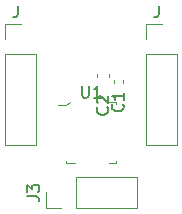
<source format=gbr>
%TF.GenerationSoftware,KiCad,Pcbnew,7.0.8*%
%TF.CreationDate,2024-09-29T17:06:50-05:00*%
%TF.ProjectId,CapacitiveLedFadeTiny,43617061-6369-4746-9976-654c65644661,rev?*%
%TF.SameCoordinates,Original*%
%TF.FileFunction,Legend,Top*%
%TF.FilePolarity,Positive*%
%FSLAX46Y46*%
G04 Gerber Fmt 4.6, Leading zero omitted, Abs format (unit mm)*
G04 Created by KiCad (PCBNEW 7.0.8) date 2024-09-29 17:06:50*
%MOMM*%
%LPD*%
G01*
G04 APERTURE LIST*
%ADD10C,0.150000*%
%ADD11C,0.100000*%
%ADD12C,0.120000*%
G04 APERTURE END LIST*
D10*
X128499095Y-95114819D02*
X128499095Y-95924342D01*
X128499095Y-95924342D02*
X128546714Y-96019580D01*
X128546714Y-96019580D02*
X128594333Y-96067200D01*
X128594333Y-96067200D02*
X128689571Y-96114819D01*
X128689571Y-96114819D02*
X128880047Y-96114819D01*
X128880047Y-96114819D02*
X128975285Y-96067200D01*
X128975285Y-96067200D02*
X129022904Y-96019580D01*
X129022904Y-96019580D02*
X129070523Y-95924342D01*
X129070523Y-95924342D02*
X129070523Y-95114819D01*
X130070523Y-96114819D02*
X129499095Y-96114819D01*
X129784809Y-96114819D02*
X129784809Y-95114819D01*
X129784809Y-95114819D02*
X129689571Y-95257676D01*
X129689571Y-95257676D02*
X129594333Y-95352914D01*
X129594333Y-95352914D02*
X129499095Y-95400533D01*
X123870819Y-104473333D02*
X124585104Y-104473333D01*
X124585104Y-104473333D02*
X124727961Y-104520952D01*
X124727961Y-104520952D02*
X124823200Y-104616190D01*
X124823200Y-104616190D02*
X124870819Y-104759047D01*
X124870819Y-104759047D02*
X124870819Y-104854285D01*
X123870819Y-104092380D02*
X123870819Y-103473333D01*
X123870819Y-103473333D02*
X124251771Y-103806666D01*
X124251771Y-103806666D02*
X124251771Y-103663809D01*
X124251771Y-103663809D02*
X124299390Y-103568571D01*
X124299390Y-103568571D02*
X124347009Y-103520952D01*
X124347009Y-103520952D02*
X124442247Y-103473333D01*
X124442247Y-103473333D02*
X124680342Y-103473333D01*
X124680342Y-103473333D02*
X124775580Y-103520952D01*
X124775580Y-103520952D02*
X124823200Y-103568571D01*
X124823200Y-103568571D02*
X124870819Y-103663809D01*
X124870819Y-103663809D02*
X124870819Y-103949523D01*
X124870819Y-103949523D02*
X124823200Y-104044761D01*
X124823200Y-104044761D02*
X124775580Y-104092380D01*
X135016904Y-88310819D02*
X135016904Y-89025104D01*
X135016904Y-89025104D02*
X134969285Y-89167961D01*
X134969285Y-89167961D02*
X134874047Y-89263200D01*
X134874047Y-89263200D02*
X134731190Y-89310819D01*
X134731190Y-89310819D02*
X134635952Y-89310819D01*
X123078904Y-88310819D02*
X123078904Y-89025104D01*
X123078904Y-89025104D02*
X123031285Y-89167961D01*
X123031285Y-89167961D02*
X122936047Y-89263200D01*
X122936047Y-89263200D02*
X122793190Y-89310819D01*
X122793190Y-89310819D02*
X122697952Y-89310819D01*
X130636580Y-96925666D02*
X130684200Y-96973285D01*
X130684200Y-96973285D02*
X130731819Y-97116142D01*
X130731819Y-97116142D02*
X130731819Y-97211380D01*
X130731819Y-97211380D02*
X130684200Y-97354237D01*
X130684200Y-97354237D02*
X130588961Y-97449475D01*
X130588961Y-97449475D02*
X130493723Y-97497094D01*
X130493723Y-97497094D02*
X130303247Y-97544713D01*
X130303247Y-97544713D02*
X130160390Y-97544713D01*
X130160390Y-97544713D02*
X129969914Y-97497094D01*
X129969914Y-97497094D02*
X129874676Y-97449475D01*
X129874676Y-97449475D02*
X129779438Y-97354237D01*
X129779438Y-97354237D02*
X129731819Y-97211380D01*
X129731819Y-97211380D02*
X129731819Y-97116142D01*
X129731819Y-97116142D02*
X129779438Y-96973285D01*
X129779438Y-96973285D02*
X129827057Y-96925666D01*
X129827057Y-96544713D02*
X129779438Y-96497094D01*
X129779438Y-96497094D02*
X129731819Y-96401856D01*
X129731819Y-96401856D02*
X129731819Y-96163761D01*
X129731819Y-96163761D02*
X129779438Y-96068523D01*
X129779438Y-96068523D02*
X129827057Y-96020904D01*
X129827057Y-96020904D02*
X129922295Y-95973285D01*
X129922295Y-95973285D02*
X130017533Y-95973285D01*
X130017533Y-95973285D02*
X130160390Y-96020904D01*
X130160390Y-96020904D02*
X130731819Y-96592332D01*
X130731819Y-96592332D02*
X130731819Y-95973285D01*
X131931580Y-96658666D02*
X131979200Y-96706285D01*
X131979200Y-96706285D02*
X132026819Y-96849142D01*
X132026819Y-96849142D02*
X132026819Y-96944380D01*
X132026819Y-96944380D02*
X131979200Y-97087237D01*
X131979200Y-97087237D02*
X131883961Y-97182475D01*
X131883961Y-97182475D02*
X131788723Y-97230094D01*
X131788723Y-97230094D02*
X131598247Y-97277713D01*
X131598247Y-97277713D02*
X131455390Y-97277713D01*
X131455390Y-97277713D02*
X131264914Y-97230094D01*
X131264914Y-97230094D02*
X131169676Y-97182475D01*
X131169676Y-97182475D02*
X131074438Y-97087237D01*
X131074438Y-97087237D02*
X131026819Y-96944380D01*
X131026819Y-96944380D02*
X131026819Y-96849142D01*
X131026819Y-96849142D02*
X131074438Y-96706285D01*
X131074438Y-96706285D02*
X131122057Y-96658666D01*
X132026819Y-95706285D02*
X132026819Y-96277713D01*
X132026819Y-95991999D02*
X131026819Y-95991999D01*
X131026819Y-95991999D02*
X131169676Y-96087237D01*
X131169676Y-96087237D02*
X131264914Y-96182475D01*
X131264914Y-96182475D02*
X131312533Y-96277713D01*
D11*
%TO.C,U1*%
X127186000Y-101460000D02*
X127186000Y-101660000D01*
X127186000Y-101660000D02*
X127886000Y-101660000D01*
X131386000Y-101460000D02*
X131386000Y-101660000D01*
X131386000Y-101660000D02*
X130786000Y-101660000D01*
X130686000Y-96460000D02*
X131386000Y-96460000D01*
X131386000Y-96460000D02*
X131386000Y-96660000D01*
X127486000Y-96440000D02*
X127186000Y-96740000D01*
X127186000Y-96740000D02*
X126486000Y-96740000D01*
D12*
%TO.C,J3*%
X133156000Y-105470000D02*
X133156000Y-102810000D01*
X128016000Y-105470000D02*
X133156000Y-105470000D01*
X126746000Y-105470000D02*
X125416000Y-105470000D01*
X128016000Y-102810000D02*
X133156000Y-102810000D01*
X125416000Y-105470000D02*
X125416000Y-104140000D01*
X128016000Y-105470000D02*
X128016000Y-102810000D01*
%TO.C,J *%
X136585000Y-92456000D02*
X136585000Y-100136000D01*
X133925000Y-91186000D02*
X133925000Y-89856000D01*
X133925000Y-100136000D02*
X136585000Y-100136000D01*
X133925000Y-92456000D02*
X136585000Y-92456000D01*
X133925000Y-89856000D02*
X135255000Y-89856000D01*
X133925000Y-92456000D02*
X133925000Y-100136000D01*
X124647000Y-92456000D02*
X124647000Y-100136000D01*
X121987000Y-91186000D02*
X121987000Y-89856000D01*
X121987000Y-100136000D02*
X124647000Y-100136000D01*
X121987000Y-92456000D02*
X124647000Y-92456000D01*
X121987000Y-89856000D02*
X123317000Y-89856000D01*
X121987000Y-92456000D02*
X121987000Y-100136000D01*
%TO.C,C2*%
X129792000Y-94374580D02*
X129792000Y-94093420D01*
X130812000Y-94374580D02*
X130812000Y-94093420D01*
%TO.C,C1*%
X131212000Y-94849836D02*
X131212000Y-94634164D01*
X131932000Y-94849836D02*
X131932000Y-94634164D01*
%TD*%
M02*

</source>
